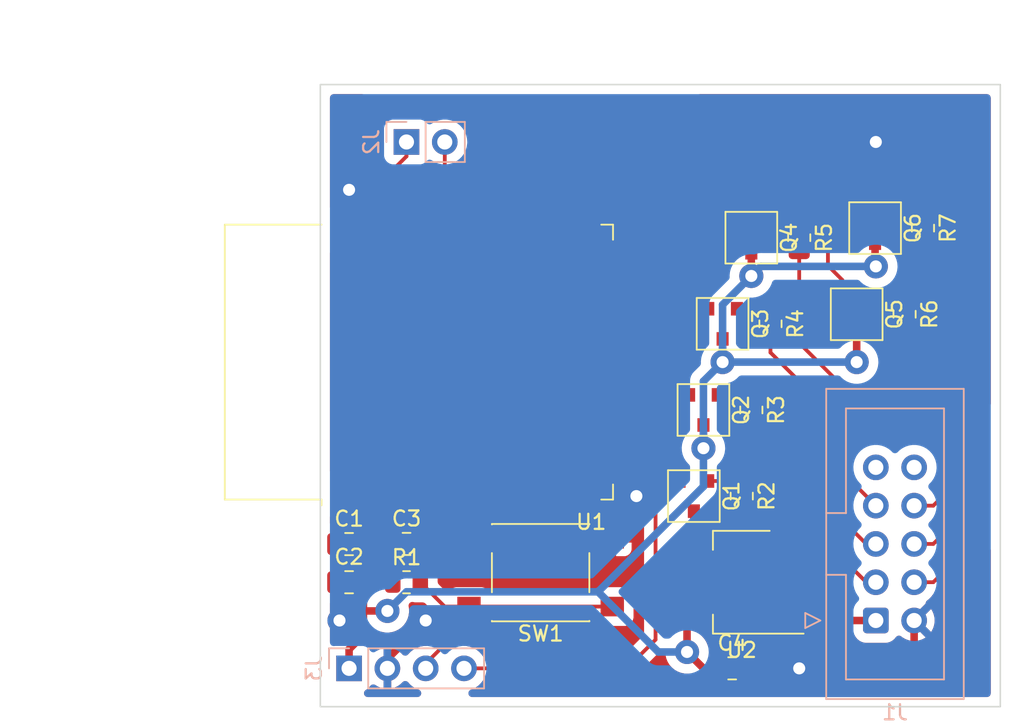
<source format=kicad_pcb>
(kicad_pcb (version 20211014) (generator pcbnew)
  (layers (0 "F.Cu" signal) (31 "B.Cu" signal) (34 "B.Paste" user) (35 "F.Paste" user) (36 "B.SilkS" user "B.Silkscreen") (37 "F.SilkS" user "F.Silkscreen") (38 "B.Mask" user) (39 "F.Mask" user) (44 "Edge.Cuts" user))
  (net 0 "")
  (net 1 "GND")
  (net 2 "+3.3V")
  (net 3 "EN")
  (net 4 "+5V")
  (net 5 "Net-(J1-Pad3)")
  (net 6 "Net-(J1-Pad4)")
  (net 7 "Net-(J1-Pad5)")
  (net 8 "Net-(J1-Pad6)")
  (net 9 "Net-(J1-Pad7)")
  (net 10 "Net-(J1-Pad8)")
  (net 13 "TX")
  (net 14 "RX")
  (net 15 "IO0")
  (net 16 "Net-(Q1-Pad1)")
  (net 17 "Net-(Q1-Pad2)")
  (net 18 "Net-(Q2-Pad1)")
  (net 19 "Net-(Q2-Pad2)")
  (net 20 "Net-(Q3-Pad1)")
  (net 21 "Net-(Q3-Pad2)")
  (net 22 "Net-(Q4-Pad1)")
  (net 23 "Net-(Q4-Pad2)")
  (net 24 "Net-(Q5-Pad1)")
  (net 25 "Net-(Q5-Pad2)")
  (net 26 "Net-(Q6-Pad1)")
  (net 27 "Net-(Q6-Pad2)")
  (footprint "Package_TO_SOT_SMD_AKL:SOT-23" (layer "F.Cu") (at 140.335 80.645 -90)
    (fp_text reference "Q3" (at 0 -2.5 90) (layer "F.SilkS"))
    (fp_text value "BCR108")
    (fp_line (start -1.7145 1.7145) (end 1.7145 1.7145) (layer "F.SilkS") (width 0.12))
    (fp_line (start 1.7145 1.7145) (end 1.7145 -1.7145) (layer "F.SilkS") (width 0.12))
    (fp_line (start 1.7145 -1.7145) (end -1.7145 -1.7145) (layer "F.SilkS") (width 0.12))
    (fp_line (start -1.7145 -1.7145) (end -1.7145 1.7145) (layer "F.SilkS") (width 0.12))
    (pad "1" smd rect (at -1 -0.95 270) (size 0.9 0.8) (layers "F.Cu" "F.Paste" "F.Mask") (net 20 "Net-(Q3-Pad1)"))
    (pad "2" smd rect (at -1 0.95 270) (size 0.9 0.8) (layers "F.Cu" "F.Paste" "F.Mask") (net 21 "Net-(Q3-Pad2)"))
    (pad "3" smd rect (at 1 0 270) (size 0.9 0.8) (layers "F.Cu" "F.Paste" "F.Mask") (net 2 "+3.3V"))
  )
  (footprint "Resistor_SMD:R_0805_2012Metric" (layer "F.Cu") (at 119.38 97.79)
    (fp_text reference "R1" (at 0 -1.65) (layer "F.SilkS"))
    (fp_text value "10K")
    (fp_line (start -0.227064 0.735) (end 0.227064 0.735) (layer "F.SilkS") (width 0.12))
    (fp_line (start -0.227064 -0.735) (end 0.227064 -0.735) (layer "F.SilkS") (width 0.12))
    (pad "1" smd roundrect (at -0.9125 0) (size 1.025 1.4) (layers "F.Cu" "F.Paste" "F.Mask") (roundrect_rratio 0.243902) (net 2 "+3.3V"))
    (pad "2" smd roundrect (at 0.9125 0) (size 1.025 1.4) (layers "F.Cu" "F.Paste" "F.Mask") (roundrect_rratio 0.243902) (net 3 "EN"))
  )
  (footprint "Capacitor_SMD:C_0805_2012Metric" (layer "F.Cu") (at 119.38 95.25)
    (fp_text reference "C3" (at 0 -1.68) (layer "F.SilkS"))
    (fp_text value "100 nF")
    (fp_line (start -0.261252 0.735) (end 0.261252 0.735) (layer "F.SilkS") (width 0.12))
    (fp_line (start -0.261252 -0.735) (end 0.261252 -0.735) (layer "F.SilkS") (width 0.12))
    (pad "1" smd roundrect (at -0.95 0) (size 1 1.45) (layers "F.Cu" "F.Paste" "F.Mask") (net 3 "EN"))
    (pad "2" smd roundrect (at 0.95 0) (size 1 1.45) (layers "F.Cu" "F.Paste" "F.Mask") (net 1 "GND"))
  )
  (footprint "Resistor_SMD:R_0805_2012Metric" (layer "F.Cu") (at 152.4 80.01 -90)
    (fp_text reference "R6" (at 0 -1.65 90) (layer "F.SilkS"))
    (fp_text value "4K7")
    (fp_line (start -0.227064 0.735) (end 0.227064 0.735) (layer "F.SilkS") (width 0.12))
    (fp_line (start -0.227064 -0.735) (end 0.227064 -0.735) (layer "F.SilkS") (width 0.12))
    (pad "1" smd roundrect (at -0.9125 0 270) (size 1.025 1.4) (layers "F.Cu" "F.Paste" "F.Mask") (roundrect_rratio 0.243902) (net 24 "Net-(Q5-Pad1)"))
    (pad "2" smd roundrect (at 0.9125 0 270) (size 1.025 1.4) (layers "F.Cu" "F.Paste" "F.Mask") (roundrect_rratio 0.243902) (net 8 "Net-(J1-Pad6)"))
  )
  (footprint "Resistor_SMD:R_0805_2012Metric" (layer "F.Cu") (at 145.415 74.93 -90)
    (fp_text reference "R5" (at 0 -1.65 90) (layer "F.SilkS"))
    (fp_text value "4K7")
    (fp_line (start -0.227064 0.735) (end 0.227064 0.735) (layer "F.SilkS") (width 0.12))
    (fp_line (start -0.227064 -0.735) (end 0.227064 -0.735) (layer "F.SilkS") (width 0.12))
    (pad "1" smd roundrect (at -0.9125 0 270) (size 1.025 1.4) (layers "F.Cu" "F.Paste" "F.Mask") (roundrect_rratio 0.243902) (net 22 "Net-(Q4-Pad1)"))
    (pad "2" smd roundrect (at 0.9125 0 270) (size 1.025 1.4) (layers "F.Cu" "F.Paste" "F.Mask") (roundrect_rratio 0.243902) (net 10 "Net-(J1-Pad8)"))
  )
  (footprint "Package_TO_SOT_SMD_AKL:SOT-23" (layer "F.Cu") (at 149.225 80.01 -90)
    (fp_text reference "Q5" (at 0 -2.5 90) (layer "F.SilkS"))
    (fp_text value "BCR108")
    (fp_line (start -1.7145 -1.7145) (end -1.7145 1.7145) (layer "F.SilkS") (width 0.12))
    (fp_line (start -1.7145 1.7145) (end 1.7145 1.7145) (layer "F.SilkS") (width 0.12))
    (fp_line (start 1.7145 1.7145) (end 1.7145 -1.7145) (layer "F.SilkS") (width 0.12))
    (fp_line (start 1.7145 -1.7145) (end -1.7145 -1.7145) (layer "F.SilkS") (width 0.12))
    (pad "1" smd rect (at -1 -0.95 270) (size 0.9 0.8) (layers "F.Cu" "F.Paste" "F.Mask") (net 24 "Net-(Q5-Pad1)"))
    (pad "2" smd rect (at -1 0.95 270) (size 0.9 0.8) (layers "F.Cu" "F.Paste" "F.Mask") (net 25 "Net-(Q5-Pad2)"))
    (pad "3" smd rect (at 1 0 270) (size 0.9 0.8) (layers "F.Cu" "F.Paste" "F.Mask") (net 2 "+3.3V"))
  )
  (footprint "Package_TO_SOT_SMD_AKL:SOT-23" (layer "F.Cu") (at 142.24 74.93 -90)
    (fp_text reference "Q4" (at 0 -2.5 90) (layer "F.SilkS"))
    (fp_text value "BCR108")
    (fp_line (start 1.7145 1.7145) (end 1.7145 -1.7145) (layer "F.SilkS") (width 0.12))
    (fp_line (start -1.7145 1.7145) (end 1.7145 1.7145) (layer "F.SilkS") (width 0.12))
    (fp_line (start -1.7145 -1.7145) (end -1.7145 1.7145) (layer "F.SilkS") (width 0.12))
    (fp_line (start 1.7145 -1.7145) (end -1.7145 -1.7145) (layer "F.SilkS") (width 0.12))
    (pad "1" smd rect (at -1 -0.95 270) (size 0.9 0.8) (layers "F.Cu" "F.Paste" "F.Mask") (net 22 "Net-(Q4-Pad1)"))
    (pad "2" smd rect (at -1 0.95 270) (size 0.9 0.8) (layers "F.Cu" "F.Paste" "F.Mask") (net 23 "Net-(Q4-Pad2)"))
    (pad "3" smd rect (at 1 0 270) (size 0.9 0.8) (layers "F.Cu" "F.Paste" "F.Mask") (net 2 "+3.3V"))
  )
  (footprint "Package_TO_SOT_SMD_AKL:SOT-23" (layer "F.Cu") (at 138.43 92.075 -90)
    (fp_text reference "Q1" (at 0 -2.5 90) (layer "F.SilkS"))
    (fp_text value "BCR108")
    (fp_line (start -1.7145 1.7145) (end 1.7145 1.7145) (layer "F.SilkS") (width 0.12))
    (fp_line (start 1.7145 -1.7145) (end -1.7145 -1.7145) (layer "F.SilkS") (width 0.12))
    (fp_line (start 1.7145 1.7145) (end 1.7145 -1.7145) (layer "F.SilkS") (width 0.12))
    (fp_line (start -1.7145 -1.7145) (end -1.7145 1.7145) (layer "F.SilkS") (width 0.12))
    (pad "1" smd rect (at -1 -0.95 270) (size 0.9 0.8) (layers "F.Cu" "F.Paste" "F.Mask") (net 16 "Net-(Q1-Pad1)"))
    (pad "2" smd rect (at -1 0.95 270) (size 0.9 0.8) (layers "F.Cu" "F.Paste" "F.Mask") (net 17 "Net-(Q1-Pad2)"))
    (pad "3" smd rect (at 1 0 270) (size 0.9 0.8) (layers "F.Cu" "F.Paste" "F.Mask") (net 2 "+3.3V"))
  )
  (footprint "Package_TO_SOT_SMD_AKL:SOT-23" (layer "F.Cu") (at 150.445 74.295 -90)
    (fp_text reference "Q6" (at 0 -2.5 90) (layer "F.SilkS"))
    (fp_text value "BCR108")
    (fp_line (start -1.7145 -1.7145) (end -1.7145 1.7145) (layer "F.SilkS") (width 0.12))
    (fp_line (start -1.7145 1.7145) (end 1.7145 1.7145) (layer "F.SilkS") (width 0.12))
    (fp_line (start 1.7145 -1.7145) (end -1.7145 -1.7145) (layer "F.SilkS") (width 0.12))
    (fp_line (start 1.7145 1.7145) (end 1.7145 -1.7145) (layer "F.SilkS") (width 0.12))
    (pad "1" smd rect (at -1 -0.95 270) (size 0.9 0.8) (layers "F.Cu" "F.Paste" "F.Mask") (net 26 "Net-(Q6-Pad1)"))
    (pad "2" smd rect (at -1 0.95 270) (size 0.9 0.8) (layers "F.Cu" "F.Paste" "F.Mask") (net 27 "Net-(Q6-Pad2)"))
    (pad "3" smd rect (at 1 0 270) (size 0.9 0.8) (layers "F.Cu" "F.Paste" "F.Mask") (net 2 "+3.3V"))
  )
  (footprint "Capacitor_SMD:C_0805_2012Metric" (layer "F.Cu") (at 115.57 95.26)
    (fp_text reference "C1" (at 0 -1.68) (layer "F.SilkS"))
    (fp_text value "100 nF")
    (fp_line (start -0.261252 -0.735) (end 0.261252 -0.735) (layer "F.SilkS") (width 0.12))
    (fp_line (start -0.261252 0.735) (end 0.261252 0.735) (layer "F.SilkS") (width 0.12))
    (pad "1" smd roundrect (at -0.95 0) (size 1 1.45) (layers "F.Cu" "F.Paste" "F.Mask") (net 1 "GND"))
    (pad "2" smd roundrect (at 0.95 0) (size 1 1.45) (layers "F.Cu" "F.Paste" "F.Mask") (net 2 "+3.3V"))
  )
  (footprint "Resistor_SMD:R_0805_2012Metric" (layer "F.Cu") (at 141.605 92.075 -90)
    (fp_text reference "R2" (at 0 -1.65 90) (layer "F.SilkS"))
    (fp_text value "4K7")
    (fp_line (start -0.227064 0.735) (end 0.227064 0.735) (layer "F.SilkS") (width 0.12))
    (fp_line (start -0.227064 -0.735) (end 0.227064 -0.735) (layer "F.SilkS") (width 0.12))
    (pad "1" smd roundrect (at -0.9125 0 270) (size 1.025 1.4) (layers "F.Cu" "F.Paste" "F.Mask") (roundrect_rratio 0.243902) (net 16 "Net-(Q1-Pad1)"))
    (pad "2" smd roundrect (at 0.9125 0 270) (size 1.025 1.4) (layers "F.Cu" "F.Paste" "F.Mask") (roundrect_rratio 0.243902) (net 5 "Net-(J1-Pad3)"))
  )
  (footprint "Package_TO_SOT_SMD_AKL:SOT-23" (layer "F.Cu") (at 139.065 86.36 -90)
    (fp_text reference "Q2" (at 0 -2.5 90) (layer "F.SilkS"))
    (fp_text value "BCR108")
    (fp_line (start 1.7145 -1.7145) (end -1.7145 -1.7145) (layer "F.SilkS") (width 0.12))
    (fp_line (start -1.7145 -1.7145) (end -1.7145 1.7145) (layer "F.SilkS") (width 0.12))
    (fp_line (start -1.7145 1.7145) (end 1.7145 1.7145) (layer "F.SilkS") (width 0.12))
    (fp_line (start 1.7145 1.7145) (end 1.7145 -1.7145) (layer "F.SilkS") (width 0.12))
    (pad "1" smd rect (at -1 -0.95 270) (size 0.9 0.8) (layers "F.Cu" "F.Paste" "F.Mask") (net 18 "Net-(Q2-Pad1)"))
    (pad "2" smd rect (at -1 0.95 270) (size 0.9 0.8) (layers "F.Cu" "F.Paste" "F.Mask") (net 19 "Net-(Q2-Pad2)"))
    (pad "3" smd rect (at 1 0 270) (size 0.9 0.8) (layers "F.Cu" "F.Paste" "F.Mask") (net 2 "+3.3V"))
  )
  (footprint "Tereza_custom:SW_Push_TD-03XA-T" (layer "F.Cu") (at 128.27 97.155 180)
    (fp_text reference "SW1" (at 0 -4.05) (layer "F.SilkS"))
    (fp_text value "SW RESET")
    (fp_line (start 3.23 -3.23) (end 3.23 -3.2) (layer "F.SilkS") (width 0.12))
    (fp_line (start 3.23 -1.3) (end 3.23 1.3) (layer "F.SilkS") (width 0.12))
    (fp_line (start -3.23 -3.23) (end 3.23 -3.23) (layer "F.SilkS") (width 0.12))
    (fp_line (start 3.23 3.23) (end 3.23 3.2) (layer "F.SilkS") (width 0.12))
    (fp_line (start -3.23 3.23) (end 3.23 3.23) (layer "F.SilkS") (width 0.12))
    (fp_line (start -3.23 -1.3) (end -3.23 1.3) (layer "F.SilkS") (width 0.12))
    (fp_line (start -3.23 -3.2) (end -3.23 -3.23) (layer "F.SilkS") (width 0.12))
    (fp_line (start -3.23 3.23) (end -3.23 3.2) (layer "F.SilkS") (width 0.12))
    (pad "1" smd rect (at 4.75 -2.25 180) (size 1.55 1.3) (layers "F.Cu" "F.Paste" "F.Mask") (net 3 "EN"))
    (pad "1" smd rect (at -4.75 -2.25 180) (size 1.55 1.3) (layers "F.Cu" "F.Paste" "F.Mask") (net 3 "EN"))
    (pad "2" smd rect (at 4.75 2.25 180) (size 1.55 1.3) (layers "F.Cu" "F.Paste" "F.Mask") (net 1 "GND"))
    (pad "2" smd rect (at -4.75 2.25 180) (size 1.55 1.3) (layers "F.Cu" "F.Paste" "F.Mask") (net 1 "GND"))
  )
  (footprint "Capacitor_SMD:C_0805_2012Metric" (layer "F.Cu") (at 140.97 103.505)
    (fp_text reference "C4" (at 0 -1.68) (layer "F.SilkS"))
    (fp_text value "1 uF")
    (fp_line (start -0.261252 -0.735) (end 0.261252 -0.735) (layer "F.SilkS") (width 0.12))
    (fp_line (start -0.261252 0.735) (end 0.261252 0.735) (layer "F.SilkS") (width 0.12))
    (pad "1" smd roundrect (at -0.95 0) (size 1 1.45) (layers "F.Cu" "F.Paste" "F.Mask") (net 2 "+3.3V"))
    (pad "2" smd roundrect (at 0.95 0) (size 1 1.45) (layers "F.Cu" "F.Paste" "F.Mask") (net 1 "GND"))
  )
  (footprint "Package_TO_SOT_SMD:SOT-223-3_TabPin2" (layer "F.Cu") (at 141.605 97.79 180)
    (fp_text reference "U2" (at 0 -4.5) (layer "F.SilkS"))
    (fp_text value "NCP1117-3.3_SOT223")
    (fp_line (start 1.91 3.41) (end 1.91 2.15) (layer "F.SilkS") (width 0.12))
    (fp_line (start 1.91 -3.41) (end 1.91 -2.15) (layer "F.SilkS") (width 0.12))
    (fp_line (start -4.1 -3.41) (end 1.91 -3.41) (layer "F.SilkS") (width 0.12))
    (fp_line (start -1.85 3.41) (end 1.91 3.41) (layer "F.SilkS") (width 0.12))
    (pad "1" smd rect (at -3.15 -2.3 180) (size 2 1.5) (layers "F.Cu" "F.Paste" "F.Mask") (net 1 "GND"))
    (pad "2" smd rect (at -3.15 0 180) (size 2 1.5) (layers "F.Cu" "F.Paste" "F.Mask") (net 2 "+3.3V"))
    (pad "2" smd rect (at 3.15 0 180) (size 2 3.8) (layers "F.Cu" "F.Paste" "F.Mask") (net 2 "+3.3V"))
    (pad "3" smd rect (at -3.15 2.3 180) (size 2 1.5) (layers "F.Cu" "F.Paste" "F.Mask") (net 4 "+5V"))
  )
  (footprint "Capacitor_SMD:C_0805_2012Metric" (layer "F.Cu") (at 115.57 97.79)
    (fp_text reference "C2" (at 0 -1.68) (layer "F.SilkS"))
    (fp_text value "10 uF")
    (fp_line (start -0.261252 -0.735) (end 0.261252 -0.735) (layer "F.SilkS") (width 0.12))
    (fp_line (start -0.261252 0.735) (end 0.261252 0.735) (layer "F.SilkS") (width 0.12))
    (pad "1" smd roundrect (at -0.95 0) (size 1 1.45) (layers "F.Cu" "F.Paste" "F.Mask") (net 1 "GND"))
    (pad "2" smd roundrect (at 0.95 0) (size 1 1.45) (layers "F.Cu" "F.Paste" "F.Mask") (net 2 "+3.3V"))
  )
  (footprint "Resistor_SMD:R_0805_2012Metric" (layer "F.Cu") (at 142.24 86.36 -90)
    (fp_text reference "R3" (at 0 -1.65 90) (layer "F.SilkS"))
    (fp_text value "4K7")
    (fp_line (start -0.227064 0.735) (end 0.227064 0.735) (layer "F.SilkS") (width 0.12))
    (fp_line (start -0.227064 -0.735) (end 0.227064 -0.735) (layer "F.SilkS") (width 0.12))
    (pad "1" smd roundrect (at -0.9125 0 270) (size 1.025 1.4) (layers "F.Cu" "F.Paste" "F.Mask") (roundrect_rratio 0.243902) (net 18 "Net-(Q2-Pad1)"))
    (pad "2" smd roundrect (at 0.9125 0 270) (size 1.025 1.4) (layers "F.Cu" "F.Paste" "F.Mask") (roundrect_rratio 0.243902) (net 7 "Net-(J1-Pad5)"))
  )
  (footprint "Resistor_SMD:R_0805_2012Metric" (layer "F.Cu") (at 143.51 80.645 -90)
    (fp_text reference "R4" (at 0 -1.65 90) (layer "F.SilkS"))
    (fp_text value "4K7")
    (fp_line (start -0.227064 0.735) (end 0.227064 0.735) (layer "F.SilkS") (width 0.12))
    (fp_line (start -0.227064 -0.735) (end 0.227064 -0.735) (layer "F.SilkS") (width 0.12))
    (pad "1" smd roundrect (at -0.9125 0 270) (size 1.025 1.4) (layers "F.Cu" "F.Paste" "F.Mask") (roundrect_rratio 0.243902) (net 20 "Net-(Q3-Pad1)"))
    (pad "2" smd roundrect (at 0.9125 0 270) (size 1.025 1.4) (layers "F.Cu" "F.Paste" "F.Mask") (roundrect_rratio 0.243902) (net 9 "Net-(J1-Pad7)"))
  )
  (footprint "Resistor_SMD:R_0805_2012Metric" (layer "F.Cu") (at 153.62 74.295 -90)
    (fp_text reference "R7" (at 0 -1.65 90) (layer "F.SilkS"))
    (fp_text value "4K7")
    (fp_line (start -0.227064 -0.735) (end 0.227064 -0.735) (layer "F.SilkS") (width 0.12))
    (fp_line (start -0.227064 0.735) (end 0.227064 0.735) (layer "F.SilkS") (width 0.12))
    (pad "1" smd roundrect (at -0.9125 0 270) (size 1.025 1.4) (layers "F.Cu" "F.Paste" "F.Mask") (roundrect_rratio 0.243902) (net 26 "Net-(Q6-Pad1)"))
    (pad "2" smd roundrect (at 0.9125 0 270) (size 1.025 1.4) (layers "F.Cu" "F.Paste" "F.Mask") (roundrect_rratio 0.243902) (net 6 "Net-(J1-Pad4)"))
  )
  (footprint "RF_Module:ESP32-WROOM-32" (layer "F.Cu") (at 123.19 83.185 90)
    (fp_text reference "U1" (at -10.61 8.43) (layer "F.SilkS"))
    (fp_text value "ESP32-WROOM-32")
    (fp_line (start -9.12 9.88) (end -8.12 9.88) (layer "F.SilkS") (width 0.12))
    (fp_line (start -9.12 -15.86) (end -9.12 -9.445) (layer "F.SilkS") (width 0.12))
    (fp_line (start 9.12 9.1) (end 9.12 9.88) (layer "F.SilkS") (width 0.12))
    (fp_line (start -9.12 -15.86) (end 9.12 -15.86) (layer "F.SilkS") (width 0.12))
    (fp_line (start -9.12 -9.445) (end -9.5 -9.445) (layer "F.SilkS") (width 0.12))
    (fp_line (start 9.12 9.88) (end 8.12 9.88) (layer "F.SilkS") (width 0.12))
    (fp_line (start -9.12 9.1) (end -9.12 9.88) (layer "F.SilkS") (width 0.12))
    (fp_line (start 9.12 -15.86) (end 9.12 -9.445) (layer "F.SilkS") (width 0.12))
    (pad "1" smd rect (at -8.75 -8.25 90) (size 1.5 0.9) (layers "F.Cu" "F.Paste" "F.Mask") (net 1 "GND"))
    (pad "2" smd rect (at -8.75 -6.98 90) (size 1.5 0.9) (layers "F.Cu" "F.Paste" "F.Mask") (net 2 "+3.3V"))
    (pad "3" smd rect (at -8.75 -5.71 90) (size 1.5 0.9) (layers "F.Cu" "F.Paste" "F.Mask") (net 3 "EN"))
    (pad "4" smd rect (at -8.75 -4.44 90) (size 1.5 0.9) (layers "F.Cu" "F.Paste" "F.Mask"))
    (pad "5" smd rect (at -8.75 -3.17 90) (size 1.5 0.9) (layers "F.Cu" "F.Paste" "F.Mask"))
    (pad "6" smd rect (at -8.75 -1.9 90) (size 1.5 0.9) (layers "F.Cu" "F.Paste" "F.Mask"))
    (pad "7" smd rect (at -8.75 -0.63 90) (size 1.5 0.9) (layers "F.Cu" "F.Paste" "F.Mask"))
    (pad "8" smd rect (at -8.75 0.64 90) (size 1.5 0.9) (layers "F.Cu" "F.Paste" "F.Mask"))
    (pad "9" smd rect (at -8.75 1.91 90) (size 1.5 0.9) (layers "F.Cu" "F.Paste" "F.Mask"))
    (pad "10" smd rect (at -8.75 3.18 90) (size 1.5 0.9) (layers "F.Cu" "F.Paste" "F.Mask"))
    (pad "11" smd rect (at -8.75 4.45 90) (size 1.5 0.9) (layers "F.Cu" "F.Paste" "F.Mask"))
    (pad "12" smd rect (at -8.75 5.72 90) (size 1.5 0.9) (layers "F.Cu" "F.Paste" "F.Mask"))
    (pad "13" smd rect (at -8.75 6.99 90) (size 1.5 0.9) (layers "F.Cu" "F.Paste" "F.Mask"))
    (pad "14" smd rect (at -8.75 8.26 90) (size 1.5 0.9) (layers "F.Cu" "F.Paste" "F.Mask"))
    (pad "15" smd rect (at -5.71 9.51 180) (size 1.5 0.9) (layers "F.Cu" "F.Paste" "F.Mask") (net 1 "GND"))
    (pad "16" smd rect (at -4.44 9.51 180) (size 1.5 0.9) (layers "F.Cu" "F.Paste" "F.Mask"))
    (pad "17" smd rect (at -3.17 9.51 180) (size 1.5 0.9) (layers "F.Cu" "F.Paste" "F.Mask"))
    (pad "18" smd rect (at -1.9 9.51 180) (size 1.5 0.9) (layers "F.Cu" "F.Paste" "F.Mask"))
    (pad "19" smd rect (at -0.63 9.51 180) (size 1.5 0.9) (layers "F.Cu" "F.Paste" "F.Mask"))
    (pad "20" smd rect (at 0.64 9.51 180) (size 1.5 0.9) (layers "F.Cu" "F.Paste" "F.Mask"))
    (pad "21" smd rect (at 1.91 9.51 180) (size 1.5 0.9) (layers "F.Cu" "F.Paste" "F.Mask"))
    (pad "22" smd rect (at 3.18 9.51 180) (size 1.5 0.9) (layers "F.Cu" "F.Paste" "F.Mask"))
    (pad "23" smd rect (at 4.45 9.51 180) (size 1.5 0.9) (layers "F.Cu" "F.Paste" "F.Mask"))
    (pad "24" smd rect (at 5.72 9.51 180) (size 1.5 0.9) (layers "F.Cu" "F.Paste" "F.Mask"))
    (pad "25" smd rect (at 8.75 8.26 90) (size 1.5 0.9) (layers "F.Cu" "F.Paste" "F.Mask") (net 15 "IO0"))
    (pad "26" smd rect (at 8.75 6.99 90) (size 1.5 0.9) (layers "F.Cu" "F.Paste" "F.Mask"))
    (pad "27" smd rect (at 8.75 5.72 90) (size 1.5 0.9) (layers "F.Cu" "F.Paste" "F.Mask") (net 17 "Net-(Q1-Pad2)"))
    (pad "28" smd rect (at 8.75 4.45 90) (size 1.5 0.9) (layers "F.Cu" "F.Paste" "F.Mask") (net 19 "Net-(Q2-Pad2)"))
    (pad "29" smd rect (at 8.75 3.18 90) (size 1.5 0.9) (layers "F.Cu" "F.Paste" "F.Mask"))
    (pad "30" smd rect (at 8.75 1.91 90) (size 1.5 0.9) (layers "F.Cu" "F.Paste" "F.Mask") (net 21 "Net-(Q3-Pad2)"))
    (pad "31" smd rect (at 8.75 0.64 90) (size 1.5 0.9) (layers "F.Cu" "F.Paste" "F.Mask") (net 23 "Net-(Q4-Pad2)"))
    (pad "32" smd rect (at 8.75 -0.63 90) (size 1.5 0.9) (layers "F.Cu" "F.Paste" "F.Mask"))
    (pad "33" smd rect (at 8.75 -1.9 90) (size 1.5 0.9) (layers "F.Cu" "F.Paste" "F.Mask") (net 25 "Net-(Q5-Pad2)"))
    (pad "34" smd rect (at 8.75 -3.17 90) (size 1.5 0.9) (layers "F.Cu" "F.Paste" "F.Mask") (net 14 "RX"))
    (pad "35" smd rect (at 8.75 -4.44 90) (size 1.5 0.9) (layers "F.Cu" "F.Paste" "F.Mask") (net 13 "TX"))
    (pad "36" smd rect (at 8.75 -5.71 90) (size 1.5 0.9) (layers "F.Cu" "F.Paste" "F.Mask") (net 27 "Net-(Q6-Pad2)"))
    (pad "37" smd rect (at 8.75 -6.98 90) (size 1.5 0.9) (layers "F.Cu" "F.Paste" "F.Mask"))
    (pad "38" smd rect (at 8.75 -8.25 90) (size 1.5 0.9) (layers "F.Cu" "F.Paste" "F.Mask") (net 1 "GND"))
    (pad "39" smd rect (at 0.845 -0.91 90) (size 1.05 1.05) (layers "F.Cu" "F.Paste") (net 1 "GND"))
    (pad "39" smd rect (at -0.68 -0.91 90) (size 1.05 1.05) (layers "F.Cu" "F.Paste") (net 1 "GND"))
    (pad "39" smd rect (at -2.205 -0.91 90) (size 1.05 1.05) (layers "F.Cu" "F.Paste") (net 1 "GND"))
    (pad "39" smd rect (at 0.845 -2.435 90) (size 1.05 1.05) (layers "F.Cu" "F.Paste") (net 1 "GND"))
    (pad "39" smd rect (at -2.205 -2.435 90) (size 1.05 1.05) (layers "F.Cu" "F.Paste") (net 1 "GND"))
    (pad "39" smd rect (at 0.845 0.615 90) (size 1.05 1.05) (layers "F.Cu" "F.Paste") (net 1 "GND"))
    (pad "39" smd rect (at -2.205 0.615 90) (size 1.05 1.05) (layers "F.Cu" "F.Paste") (net 1 "GND"))
    (pad "39" smd rect (at -0.68 0.615 90) (size 1.05 1.05) (layers "F.Cu" "F.Paste") (net 1 "GND"))
    (pad "39" smd rect (at -0.68 -2.435 90) (size 1.05 1.05) (layers "F.Cu" "F.Paste") (net 1 "GND"))
    (pad "39" smd rect (at -0.68 -0.91 90) (size 4.2 4.2) (layers "F.Cu" "F.Mask") (net 1 "GND"))
    (zone (net 0) (net_name "") (layers "F.Cu" "In1.Cu" "B.Cu") (connect_pads (clearance 0)) (min_thickness 0.254)
      (keepout (tracks not_allowed) (vias not_allowed) (pads not_allowed) (copperpour not_allowed) (footprints not_allowed))
      (fill (thermal_gap 0.508) (thermal_bridge_width 0.508))
      (polygon (pts (xy 113.39 107.185) (xy 113.39 59.185) (xy 92.45 59.185) (xy 92.45 107.185)))
    )
  )
  (footprint "Connector_PinHeader_2.54mm:PinHeader_1x04_P2.54mm_Vertical" (layer "B.Cu") (at 115.57 103.505 -90)
    (fp_text reference "J3" (at 0 2.33 90) (layer "B.SilkS") (effects (justify mirror)))
    (fp_text value "FLASH")
    (fp_line (start -1.33 -1.27) (end -1.33 -8.95) (layer "B.SilkS") (width 0.12))
    (fp_line (start -1.33 -1.27) (end 1.33 -1.27) (layer "B.SilkS") (width 0.12))
    (fp_line (start 1.33 -1.27) (end 1.33 -8.95) (layer "B.SilkS") (width 0.12))
    (fp_line (start -1.33 0) (end -1.33 1.33) (layer "B.SilkS") (width 0.12))
    (fp_line (start -1.33 -8.95) (end 1.33 -8.95) (layer "B.SilkS") (width 0.12))
    (fp_line (start -1.33 1.33) (end 0 1.33) (layer "B.SilkS") (width 0.12))
    (pad "1" thru_hole rect (at 0 0 270) (size 1.7 1.7) (drill 1) (layers *.Cu *.Mask) (net 2 "+3.3V"))
    (pad "2" thru_hole oval (at 0 -2.54 270) (size 1.7 1.7) (drill 1) (layers *.Cu *.Mask) (net 1 "GND"))
    (pad "3" thru_hole oval (at 0 -5.08 270) (size 1.7 1.7) (drill 1) (layers *.Cu *.Mask) (net 3 "EN"))
    (pad "4" thru_hole oval (at 0 -7.62 270) (size 1.7 1.7) (drill 1) (layers *.Cu *.Mask) (net 15 "IO0"))
  )
  (footprint "Connector_PinHeader_2.54mm:PinHeader_1x02_P2.54mm_Vertical" (layer "B.Cu") (at 119.375 68.58 -90)
    (fp_text reference "J2" (at 0 2.33 90) (layer "B.SilkS") (effects (justify mirror)))
    (fp_text value "FLASH")
    (fp_line (start -1.33 1.33) (end 0 1.33) (layer "B.SilkS") (width 0.12))
    (fp_line (start 1.33 -1.27) (end 1.33 -3.87) (layer "B.SilkS") (width 0.12))
    (fp_line (start -1.33 -1.27) (end -1.33 -3.87) (layer "B.SilkS") (width 0.12))
    (fp_line (start -1.33 -3.87) (end 1.33 -3.87) (layer "B.SilkS") (width 0.12))
    (fp_line (start -1.33 0) (end -1.33 1.33) (layer "B.SilkS") (width 0.12))
    (fp_line (start -1.33 -1.27) (end 1.33 -1.27) (layer "B.SilkS") (width 0.12))
    (pad "1" thru_hole rect (at 0 0 270) (size 1.7 1.7) (drill 1) (layers *.Cu *.Mask) (net 13 "TX"))
    (pad "2" thru_hole oval (at 0 -2.54 270) (size 1.7 1.7) (drill 1) (layers *.Cu *.Mask) (net 14 "RX"))
  )
  (footprint "Connector_IDC:IDC-Header_2x05_P2.54mm_Vertical" (layer "B.Cu") (at 150.495 100.33)
    (fp_text reference "J1" (at 1.27 6.1) (layer "B.SilkS") (effects (justify mirror)))
    (fp_text value "Conn_02x05_Odd_Even")
    (fp_line (start -1.98 -3.03) (end -1.98 3.91) (layer "B.SilkS") (width 0.12))
    (fp_line (start -3.29 -15.37) (end -3.29 5.21) (layer "B.SilkS") (width 0.12))
    (fp_line (start -3.29 5.21) (end 5.83 5.21) (layer "B.SilkS") (width 0.12))
    (fp_line (start 5.83 -15.37) (end -3.29 -15.37) (layer "B.SilkS") (width 0.12))
    (fp_line (start -3.29 -3.03) (end -1.98 -3.03) (layer "B.SilkS") (width 0.12))
    (fp_line (start 4.52 -14.07) (end -1.98 -14.07) (layer "B.SilkS") (width 0.12))
    (fp_line (start 4.52 3.91) (end 4.52 -14.07) (layer "B.SilkS") (width 0.12))
    (fp_line (start 5.83 5.21) (end 5.83 -15.37) (layer "B.SilkS") (width 0.12))
    (fp_line (start -1.98 3.91) (end 4.52 3.91) (layer "B.SilkS") (width 0.12))
    (fp_line (start -1.98 -7.13) (end -3.29 -7.13) (layer "B.SilkS") (width 0.12))
    (fp_line (start -4.68 -0.5) (end -3.68 0) (layer "B.SilkS") (width 0.12))
    (fp_line (start -1.98 -7.13) (end -1.98 -7.13) (layer "B.SilkS") (width 0.12))
    (fp_line (start -4.68 0.5) (end -4.68 -0.5) (layer "B.SilkS") (width 0.12))
    (fp_line (start -3.68 0) (end -4.68 0.5) (layer "B.SilkS") (width 0.12))
    (fp_line (start -1.98 -14.07) (end -1.98 -7.13) (layer "B.SilkS") (width 0.12))
    (pad "1" thru_hole roundrect (at 0 0) (size 1.7 1.7) (drill 1) (layers *.Cu *.Mask) (roundrect_rratio 0.147059) (net 4 "+5V"))
    (pad "2" thru_hole circle (at 2.54 0) (size 1.7 1.7) (drill 1) (layers *.Cu *.Mask) (net 1 "GND"))
    (pad "3" thru_hole circle (at 0 -2.54) (size 1.7 1.7) (drill 1) (layers *.Cu *.Mask) (net 5 "Net-(J1-Pad3)"))
    (pad "4" thru_hole circle (at 2.54 -2.54) (size 1.7 1.7) (drill 1) (layers *.Cu *.Mask) (net 6 "Net-(J1-Pad4)"))
    (pad "5" thru_hole circle (at 0 -5.08) (size 1.7 1.7) (drill 1) (layers *.Cu *.Mask) (net 7 "Net-(J1-Pad5)"))
    (pad "6" thru_hole circle (at 2.54 -5.08) (size 1.7 1.7) (drill 1) (layers *.Cu *.Mask) (net 8 "Net-(J1-Pad6)"))
    (pad "7" thru_hole circle (at 0 -7.62) (size 1.7 1.7) (drill 1) (layers *.Cu *.Mask) (net 9 "Net-(J1-Pad7)"))
    (pad "8" thru_hole circle (at 2.54 -7.62) (size 1.7 1.7) (drill 1) (layers *.Cu *.Mask) (net 10 "Net-(J1-Pad8)"))
    (pad "9" thru_hole circle (at 0 -10.16) (size 1.7 1.7) (drill 1) (layers *.Cu *.Mask))
    (pad "10" thru_hole circle (at 2.54 -10.16) (size 1.7 1.7) (drill 1) (layers *.Cu *.Mask))
  )
  (gr_rect (start 113.665 64.77) (end 158.75 106.045) (layer "Edge.Cuts") (width 0.1) (fill none))
  (segment (start 114.94 72.385) (end 115.57 71.755) (width 0.5) (layer "F.Cu") (net 1))
  (segment (start 148.17 103.505) (end 144.755 100.09) (width 0.5) (layer "F.Cu") (net 1))
  (segment (start 120.33 95.25) (end 123.175 95.25) (width 0.5) (layer "F.Cu") (net 1))
  (segment (start 144.755 100.67) (end 141.92 103.505) (width 0.5) (layer "F.Cu") (net 1))
  (segment (start 114.94 74.435) (end 114.94 72.385) (width 0.5) (layer "F.Cu") (net 1))
  (segment (start 114.62 95.26) (end 114.62 97.79) (width 0.5) (layer "F.Cu") (net 1))
  (segment (start 153.035 100.33) (end 153.035 102.235) (width 0.5) (layer "F.Cu") (net 1))
  (segment (start 114.62 100.015) (end 114.935 100.33) (width 0.5) (layer "F.Cu") (net 1))
  (segment (start 123.52 94.905) (end 133.02 94.905) (width 0.5) (layer "F.Cu") (net 1))
  (segment (start 134.62 90.815) (end 132.7 88.895) (width 0.5) (layer "F.Cu") (net 1))
  (segment (start 134.62 92.075) (end 134.62 90.815) (width 0.5) (layer "F.Cu") (net 1))
  (segment (start 114.94 92.705) (end 114.94 91.935) (width 0.5) (layer "F.Cu") (net 1))
  (segment (start 114.62 95.26) (end 114.62 93.025) (width 0.5) (layer "F.Cu") (net 1))
  (segment (start 148.17 103.505) (end 145.415 103.505) (width 0.5) (layer "F.Cu") (net 1))
  (segment (start 114.62 93.025) (end 114.94 92.705) (width 0.5) (layer "F.Cu") (net 1))
  (segment (start 151.765 103.505) (end 148.17 103.505) (width 0.5) (layer "F.Cu") (net 1))
  (segment (start 134.62 92.075) (end 134.62 93.305) (width 0.5) (layer "F.Cu") (net 1))
  (segment (start 134.62 93.305) (end 133.02 94.905) (width 0.5) (layer "F.Cu") (net 1))
  (segment (start 144.755 100.09) (end 144.755 100.67) (width 0.5) (layer "F.Cu") (net 1))
  (segment (start 114.62 97.79) (end 114.62 100.015) (width 0.5) (layer "F.Cu") (net 1))
  (segment (start 118.11 102.87) (end 118.11 103.505) (width 0.5) (layer "F.Cu") (net 1))
  (segment (start 153.035 102.235) (end 151.765 103.505) (width 0.5) (layer "F.Cu") (net 1))
  (segment (start 120.65 100.33) (end 118.11 102.87) (width 0.5) (layer "F.Cu") (net 1))
  (via (at 114.935 100.33) (size 1.6) (drill 0.8) (layers "F.Cu" "B.Cu") (net 1))
  (via (at 134.62 92.075) (size 1.6) (drill 0.8) (layers "F.Cu" "B.Cu") (net 1))
  (via (at 150.495 68.58) (size 1.6) (drill 0.8) (layers "F.Cu" "B.Cu") (net 1))
  (via (at 120.65 100.33) (size 1.6) (drill 0.8) (layers "F.Cu" "B.Cu") (net 1))
  (via (at 145.415 103.505) (size 1.6) (drill 0.8) (layers "F.Cu" "B.Cu") (net 1))
  (via (at 115.57 71.755) (size 1.6) (drill 0.8) (layers "F.Cu" "B.Cu") (net 1))
  (segment (start 119.38 101.6) (end 116.205 101.6) (width 0.5) (layer "B.Cu") (net 1))
  (segment (start 120.65 100.33) (end 119.38 101.6) (width 0.5) (layer "B.Cu") (net 1))
  (segment (start 116.205 101.6) (end 114.935 100.33) (width 0.5) (layer "B.Cu") (net 1))
  (segment (start 142.24 75.93) (end 142.24 77.47) (width 0.5) (layer "F.Cu") (net 2))
  (segment (start 138.43 93.075) (end 138.43 97.765) (width 0.5) (layer "F.Cu") (net 2))
  (segment (start 116.205 92.71) (end 116.21 92.705) (width 0.5) (layer "F.Cu") (net 2))
  (segment (start 116.52 101.285) (end 115.57 102.235) (width 0.5) (layer "F.Cu") (net 2))
  (segment (start 149.225 83.185) (end 149.225 81.01) (width 0.5) (layer "F.Cu") (net 2))
  (segment (start 137.9775 102.4175) (end 139.065 103.505) (width 0.5) (layer "F.Cu") (net 2))
  (segment (start 137.9775 98.2675) (end 137.9775 102.4175) (width 0.5) (layer "F.Cu") (net 2))
  (segment (start 150.445 76.785) (end 150.495 76.835) (width 0.5) (layer "F.Cu") (net 2))
  (segment (start 150.445 75.295) (end 150.445 76.785) (width 0.5) (layer "F.Cu") (net 2))
  (segment (start 116.52 93.025) (end 116.205 92.71) (width 0.5) (layer "F.Cu") (net 2))
  (segment (start 138.455 97.79) (end 137.9775 98.2675) (width 0.5) (layer "F.Cu") (net 2))
  (segment (start 140.335 81.645) (end 140.335 83.185) (width 0.5) (layer "F.Cu") (net 2))
  (segment (start 144.755 97.79) (end 138.455 97.79) (width 0.5) (layer "F.Cu") (net 2))
  (segment (start 116.52 95.26) (end 116.52 97.79) (width 0.5) (layer "F.Cu") (net 2))
  (segment (start 116.21 92.705) (end 116.21 91.935) (width 0.5) (layer "F.Cu") (net 2))
  (segment (start 118.4675 97.79) (end 116.52 97.79) (width 0.5) (layer "F.Cu") (net 2))
  (segment (start 116.52 97.79) (end 116.52 101.285) (width 0.5) (layer "F.Cu") (net 2))
  (segment (start 118.11 99.695) (end 116.52 99.695) (width 0.5) (layer "F.Cu") (net 2))
  (segment (start 139.065 103.505) (end 140.02 103.505) (width 0.5) (layer "F.Cu") (net 2))
  (segment (start 115.57 102.235) (end 115.57 103.505) (width 0.5) (layer "F.Cu") (net 2))
  (segment (start 139.065 87.36) (end 139.065 88.9) (width 0.5) (layer "F.Cu") (net 2))
  (segment (start 116.52 95.26) (end 116.52 93.025) (width 0.5) (layer "F.Cu") (net 2))
  (via (at 118.11 99.695) (size 1.6) (drill 0.8) (layers "F.Cu" "B.Cu") (net 2))
  (via (at 142.24 77.47) (size 1.6) (drill 0.8) (layers "F.Cu" "B.Cu") (net 2))
  (via (at 137.9775 102.4175) (size 1.6) (drill 0.8) (layers "F.Cu" "B.Cu") (net 2))
  (via (at 150.495 76.835) (size 1.6) (drill 0.8) (layers "F.Cu" "B.Cu") (net 2))
  (via (at 140.335 83.185) (size 1.6) (drill 0.8) (layers "F.Cu" "B.Cu") (net 2))
  (via (at 149.225 83.185) (size 1.6) (drill 0.8) (layers "F.Cu" "B.Cu") (net 2))
  (via (at 139.065 88.9) (size 1.6) (drill 0.8) (layers "F.Cu" "B.Cu") (net 2))
  (segment (start 140.335 83.185) (end 149.225 83.185) (width 0.5) (layer "B.Cu") (net 2))
  (segment (start 140.335 79.375) (end 140.335 83.185) (width 0.5) (layer "B.Cu") (net 2))
  (segment (start 132.08 98.425) (end 119.38 98.425) (width 0.5) (layer "B.Cu") (net 2))
  (segment (start 139.065 84.455) (end 140.335 83.185) (width 0.5) (layer "B.Cu") (net 2))
  (segment (start 137.9775 102.4175) (end 136.0725 102.4175) (width 0.5) (layer "B.Cu") (net 2))
  (segment (start 132.08 98.425) (end 139.065 91.44) (width 0.5) (layer "B.Cu") (net 2))
  (segment (start 142.875 76.835) (end 142.24 77.47) (width 0.5) (layer "B.Cu") (net 2))
  (segment (start 142.24 77.47) (end 140.335 79.375) (width 0.5) (layer "B.Cu") (net 2))
  (segment (start 136.0725 102.4175) (end 132.08 98.425) (width 0.5) (layer "B.Cu") (net 2))
  (segment (start 139.065 88.9) (end 139.065 84.455) (width 0.5) (layer "B.Cu") (net 2))
  (segment (start 119.38 98.425) (end 118.11 99.695) (width 0.5) (layer "B.Cu") (net 2))
  (segment (start 139.065 91.44) (end 139.065 88.9) (width 0.5) (layer "B.Cu") (net 2))
  (segment (start 150.495 76.835) (end 142.875 76.835) (width 0.5) (layer "B.Cu") (net 2))
  (segment (start 117.48 91.935) (end 117.48 92.715) (width 0.25) (layer "F.Cu") (net 3))
  (segment (start 117.48 92.715) (end 118.43 93.665) (width 0.25) (layer "F.Cu") (net 3))
  (segment (start 123.52 100.3175) (end 120.65 103.1875) (width 0.25) (layer "F.Cu") (net 3))
  (segment (start 120.2925 97.79) (end 121.9075 99.405) (width 0.25) (layer "F.Cu") (net 3))
  (segment (start 133.02 99.405) (end 123.52 99.405) (width 0.25) (layer "F.Cu") (net 3))
  (segment (start 123.52 99.405) (end 123.52 100.3175) (width 0.25) (layer "F.Cu") (net 3))
  (segment (start 121.9075 99.405) (end 123.52 99.405) (width 0.25) (layer "F.Cu") (net 3))
  (segment (start 118.43 95.57) (end 120.2925 97.4325) (width 0.25) (layer "F.Cu") (net 3))
  (segment (start 118.43 93.665) (end 118.43 95.25) (width 0.25) (layer "F.Cu") (net 3))
  (segment (start 144.755 95.49) (end 145.6975 95.49) (width 0.5) (layer "F.Cu") (net 4))
  (segment (start 147.32 99.06) (end 148.59 100.33) (width 0.5) (layer "F.Cu") (net 4))
  (segment (start 145.6975 95.49) (end 147.32 97.1125) (width 0.5) (layer "F.Cu") (net 4))
  (segment (start 148.59 100.33) (end 150.495 100.33) (width 0.5) (layer "F.Cu") (net 4))
  (segment (start 147.32 97.1125) (end 147.32 99.06) (width 0.5) (layer "F.Cu") (net 4))
  (segment (start 145.6925 92.9875) (end 141.605 92.9875) (width 0.25) (layer "F.Cu") (net 5))
  (segment (start 149.86 97.79) (end 147.955 95.885) (width 0.25) (layer "F.Cu") (net 5))
  (segment (start 147.955 95.25) (end 145.6925 92.9875) (width 0.25) (layer "F.Cu") (net 5))
  (segment (start 147.955 95.885) (end 147.955 95.25) (width 0.25) (layer "F.Cu") (net 5))
  (segment (start 157.48 86.995) (end 154.305 83.82) (width 0.25) (layer "F.Cu") (net 6))
  (segment (start 154.305 83.82) (end 154.305 75.8925) (width 0.25) (layer "F.Cu") (net 6))
  (segment (start 157.48 94.615) (end 157.48 86.995) (width 0.25) (layer "F.Cu") (net 6))
  (segment (start 154.305 97.79) (end 157.48 94.615) (width 0.25) (layer "F.Cu") (net 6))
  (segment (start 154.305 75.8925) (end 153.62 75.2075) (width 0.25) (layer "F.Cu") (net 6))
  (segment (start 153.035 97.79) (end 154.305 97.79) (width 0.25) (layer "F.Cu") (net 6))
  (segment (start 142.24 87.63) (end 149.86 95.25) (width 0.25) (layer "F.Cu") (net 7))
  (segment (start 152.4 80.9225) (end 152.4 84.455) (width 0.25) (layer "F.Cu") (net 8))
  (segment (start 152.4 84.455) (end 156.21 88.265) (width 0.25) (layer "F.Cu") (net 8))
  (segment (start 156.21 93.345) (end 154.305 95.25) (width 0.25) (layer "F.Cu") (net 8))
  (segment (start 156.21 88.265) (end 156.21 93.345) (width 0.25) (layer "F.Cu") (net 8))
  (segment (start 154.305 95.25) (end 153.035 95.25) (width 0.25) (layer "F.Cu") (net 8))
  (segment (start 143.51 82.55) (end 146.05 85.09) (width 0.25) (layer "F.Cu") (net 9))
  (segment (start 143.51 81.5575) (end 143.51 82.55) (width 0.25) (layer "F.Cu") (net 9))
  (segment (start 146.05 85.09) (end 146.05 88.265) (width 0.25) (layer "F.Cu") (net 9))
  (segment (start 146.05 88.265) (end 150.495 92.71) (width 0.25) (layer "F.Cu") (net 9))
  (segment (start 145.415 75.8425) (end 145.415 81.915) (width 0.25) (layer "F.Cu") (net 10))
  (segment (start 153.035 86.995) (end 154.94 88.9) (width 0.25) (layer "F.Cu") (net 10))
  (segment (start 145.415 81.915) (end 150.495 86.995) (width 0.25) (layer "F.Cu") (net 10))
  (segment (start 154.94 88.9) (end 154.94 92.075) (width 0.25) (layer "F.Cu") (net 10))
  (segment (start 154.305 92.71) (end 153.035 92.71) (width 0.25) (layer "F.Cu") (net 10))
  (segment (start 154.94 92.075) (end 154.305 92.71) (width 0.25) (layer "F.Cu") (net 10))
  (segment (start 150.495 86.995) (end 153.035 86.995) (width 0.25) (layer "F.Cu") (net 10))
  (segment (start 119.375 69.535) (end 118.75 70.16) (width 0.25) (layer "F.Cu") (net 13))
  (segment (start 119.375 68.58) (end 119.375 69.535) (width 0.25) (layer "F.Cu") (net 13))
  (segment (start 118.75 70.16) (end 118.75 74.435) (width 0.25) (layer "F.Cu") (net 13))
  (segment (start 121.915 71.125) (end 120.02 73.02) (width 0.25) (layer "F.Cu") (net 14))
  (segment (start 120.02 73.02) (end 120.02 74.435) (width 0.25) (layer "F.Cu") (net 14))
  (segment (start 121.915 68.58) (end 121.915 71.125) (width 0.25) (layer "F.Cu") (net 14))
  (segment (start 135.89 101.6) (end 133.985 103.505) (width 0.25) (layer "F.Cu") (net 15))
  (segment (start 131.45 74.435) (end 133.49 74.435) (width 0.25) (layer "F.Cu") (net 15))
  (segment (start 135.255 76.2) (end 135.255 89.535) (width 0.25) (layer "F.Cu") (net 15))
  (segment (start 135.255 89.535) (end 135.89 90.17) (width 0.25) (layer "F.Cu") (net 15))
  (segment (start 133.49 74.435) (end 135.255 76.2) (width 0.25) (layer "F.Cu") (net 15))
  (segment (start 135.89 90.17) (end 135.89 101.6) (width 0.25) (layer "F.Cu") (net 15))
  (segment (start 133.985 103.505) (end 123.19 103.505) (width 0.25) (layer "F.Cu") (net 15))
  (segment (start 139.38 91.075) (end 141.5175 91.075) (width 0.25) (layer "F.Cu") (net 16))
  (segment (start 137.48 89.855) (end 137.48 91.075) (width 0.25) (layer "F.Cu") (net 17))
  (segment (start 136.525 75.565) (end 136.525 88.9) (width 0.25) (layer "F.Cu") (net 17))
  (segment (start 136.525 88.9) (end 137.48 89.855) (width 0.25) (layer "F.Cu") (net 17))
  (segment (start 128.91 73.655) (end 130.175 72.39) (width 0.25) (layer "F.Cu") (net 17))
  (segment (start 130.175 72.39) (end 133.35 72.39) (width 0.25) (layer "F.Cu") (net 17))
  (segment (start 128.91 74.435) (end 128.91 73.655) (width 0.25) (layer "F.Cu") (net 17))
  (segment (start 133.35 72.39) (end 136.525 75.565) (width 0.25) (layer "F.Cu") (net 17))
  (segment (start 140.015 85.36) (end 142.1525 85.36) (width 0.25) (layer "F.Cu") (net 18))
  (segment (start 133.985 71.12) (end 137.795 74.93) (width 0.25) (layer "F.Cu") (net 19))
  (segment (start 137.795 85.04) (end 138.115 85.36) (width 0.25) (layer "F.Cu") (net 19))
  (segment (start 127.64 74.435) (end 127.64 73.02) (width 0.25) (layer "F.Cu") (net 19))
  (segment (start 129.54 71.12) (end 133.985 71.12) (width 0.25) (layer "F.Cu") (net 19))
  (segment (start 127.64 73.02) (end 129.54 71.12) (width 0.25) (layer "F.Cu") (net 19))
  (segment (start 137.795 74.93) (end 137.795 85.04) (width 0.25) (layer "F.Cu") (net 19))
  (segment (start 141.285 79.645) (end 143.4225 79.645) (width 0.25) (layer "F.Cu") (net 20))
  (segment (start 134.62 69.85) (end 128.905 69.85) (width 0.25) (layer "F.Cu") (net 21))
  (segment (start 139.385 79.645) (end 139.065 79.325) (width 0.25) (layer "F.Cu") (net 21))
  (segment (start 125.1 73.655) (end 125.1 74.435) (width 0.25) (layer "F.Cu") (net 21))
  (segment (start 128.905 69.85) (end 125.1 73.655) (width 0.25) (layer "F.Cu") (net 21))
  (segment (start 139.065 79.325) (end 139.065 74.295) (width 0.25) (layer "F.Cu") (net 21))
  (segment (start 139.065 74.295) (end 134.62 69.85) (width 0.25) (layer "F.Cu") (net 21))
  (segment (start 143.19 73.93) (end 145.3275 73.93) (width 0.25) (layer "F.Cu") (net 22))
  (segment (start 128.27 68.58) (end 123.83 73.02) (width 0.25) (layer "F.Cu") (net 23))
  (segment (start 140.605 73.93) (end 141.29 73.93) (width 0.25) (layer "F.Cu") (net 23))
  (segment (start 123.83 73.02) (end 123.83 74.435) (width 0.25) (layer "F.Cu") (net 23))
  (segment (start 135.255 68.58) (end 128.27 68.58) (width 0.25) (layer "F.Cu") (net 23))
  (segment (start 135.255 68.58) (end 140.605 73.93) (width 0.25) (layer "F.Cu") (net 23))
  (segment (start 152.3125 79.01) (end 152.4 79.0975) (width 0.25) (layer "F.Cu") (net 24))
  (segment (start 150.175 79.01) (end 152.3125 79.01) (width 0.25) (layer "F.Cu") (net 24))
  (segment (start 148.275 79.01) (end 148.275 77.74) (width 0.25) (layer "F.Cu") (net 25))
  (segment (start 147.32 76.785) (end 147.32 72.39) (width 0.25) (layer "F.Cu") (net 25))
  (segment (start 146.685 71.755) (end 140.97 71.755) (width 0.25) (layer "F.Cu") (net 25))
  (segment (start 121.29 73.655) (end 121.29 74.435) (width 0.25) (layer "F.Cu") (net 25))
  (segment (start 140.97 71.755) (end 136.525 67.31) (width 0.25) (layer "F.Cu") (net 25))
  (segment (start 148.275 77.74) (end 147.32 76.785) (width 0.25) (layer "F.Cu") (net 25))
  (segment (start 127.635 67.31) (end 121.29 73.655) (width 0.25) (layer "F.Cu") (net 25))
  (segment (start 136.525 67.31) (end 127.635 67.31) (width 0.25) (layer "F.Cu") (net 25))
  (segment (start 147.32 72.39) (end 146.685 71.755) (width 0.25) (layer "F.Cu") (net 25))
  (segment (start 151.395 73.295) (end 153.5325 73.295) (width 0.25) (layer "F.Cu") (net 26))
  (segment (start 117.475 66.04) (end 116.205 67.31) (width 0.25) (layer "F.Cu") (net 27))
  (segment (start 117.48 71.125) (end 117.48 74.435) (width 0.25) (layer "F.Cu") (net 27))
  (segment (start 116.205 69.85) (end 117.48 71.125) (width 0.25) (layer "F.Cu") (net 27))
  (segment (start 147.955 70.485) (end 142.24 70.485) (width 0.25) (layer "F.Cu") (net 27))
  (segment (start 142.24 70.485) (end 137.795 66.04) (width 0.25) (layer "F.Cu") (net 27))
  (segment (start 149.495 72.025) (end 147.955 70.485) (width 0.25) (layer "F.Cu") (net 27))
  (segment (start 137.795 66.04) (end 117.475 66.04) (width 0.25) (layer "F.Cu") (net 27))
  (segment (start 116.205 67.31) (end 116.205 69.85) (width 0.25) (layer "F.Cu") (net 27))
  (segment (start 149.495 73.295) (end 149.495 72.025) (width 0.25) (layer "F.Cu") (net 27))
  (zone (net 1) (net_name "GND") (layer "F.Cu") (connect_pads (clearance 0.635)) (min_thickness 0.508) (fill yes (thermal_gap 0.508) (thermal_bridge_width 0.508))
    (polygon (pts (xy 158.75 106.045) (xy 113.665 106.045) (xy 113.665 64.77) (xy 158.75 64.77)))
  )
  (zone (net 1) (net_name "GND") (layer "B.Cu") (connect_pads (clearance 0.635)) (min_thickness 0.508) (fill yes (thermal_gap 0.508) (thermal_bridge_width 0.508))
    (polygon (pts (xy 158.75 106.045) (xy 113.665 106.045) (xy 113.665 64.77) (xy 158.75 64.77)))
  )
)
</source>
